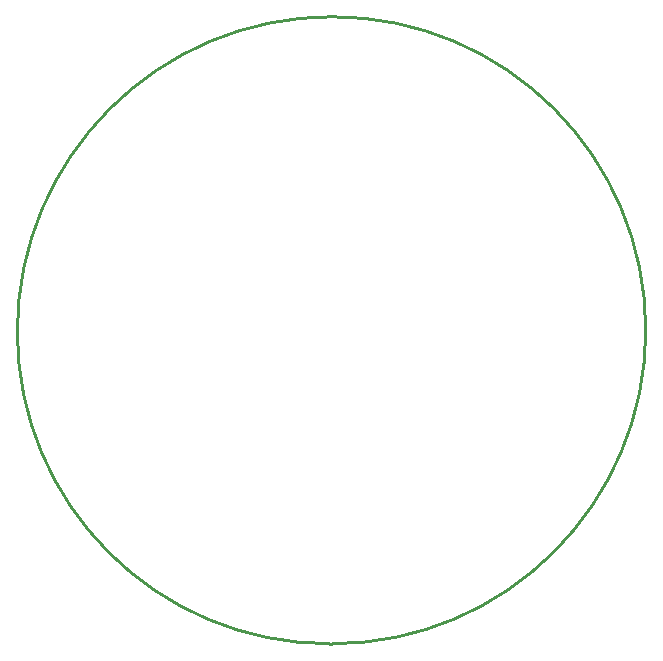
<source format=gbr>
G04 start of page 4 for group 2 idx 2 *
G04 Title: (unknown), outline *
G04 Creator: pcb 20110918 *
G04 CreationDate: Tue Jul 31 21:11:32 2012 UTC *
G04 For: frankenteddy *
G04 Format: Gerber/RS-274X *
G04 PCB-Dimensions: 212500 212500 *
G04 PCB-Coordinate-Origin: lower left *
%MOIN*%
%FSLAX25Y25*%
%LNOUTLINE*%
%ADD23C,0.0100*%
G54D23*X105500Y2000D02*X106500D01*
G75*G03X211000Y106500I0J104500D01*G01*
Y106500D02*G75*G03X106500Y211000I-104500J0D01*G01*
G75*G03X1500Y106000I0J-105000D01*G01*
G75*G03X105500Y2000I104000J0D01*G01*
M02*

</source>
